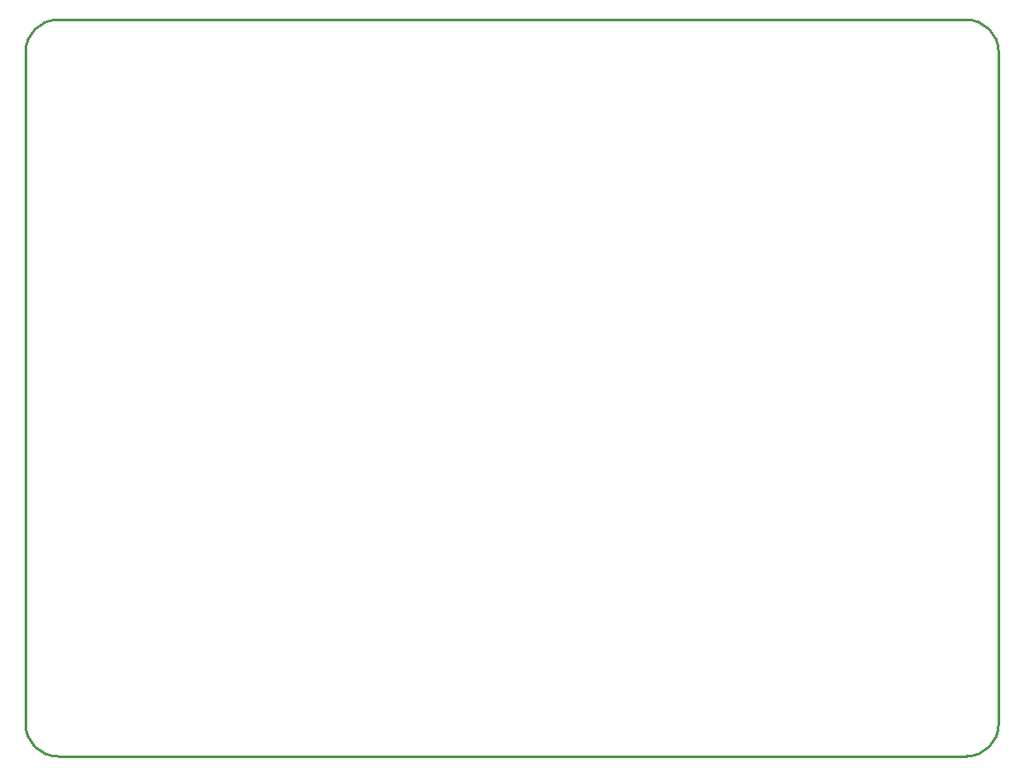
<source format=gko>
G04 Layer: BoardOutlineLayer*
G04 EasyEDA Pro v2.2.45.4, 2026-01-10 08:56:26*
G04 Gerber Generator version 0.3*
G04 Scale: 100 percent, Rotated: No, Reflected: No*
G04 Dimensions in millimeters*
G04 Leading zeros omitted, absolute positions, 4 integers and 5 decimals*
G04 Generated by one-click*
%FSLAX45Y45*%
%MOMM*%
%ADD10C,0.254*%
%ADD11C,0.3951*%
G75*


G04 Rect Start*
G54D10*
G01X0Y-7023100D02*
G01X0Y-330200D01*
G02X317500Y-12700I317500J0D01*
G01X9359900Y-12700D01*
G02X9677400Y-330200I0J-317500D01*
G01X9677400Y-7023100D01*
G02X9359900Y-7340600I-317500J0D01*
G01X317500Y-7340600D01*
G02X0Y-7023100I0J317500D01*
G04 Rect End*

M02*


</source>
